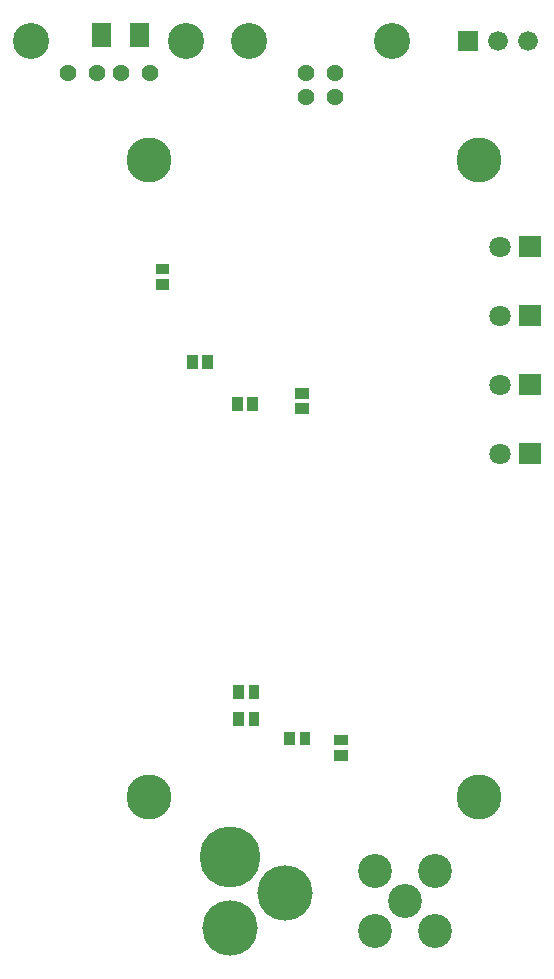
<source format=gbr>
G04 start of page 6 for group -4062 idx -4062 *
G04 Title: (unknown), soldermask *
G04 Creator: pcb 20110918 *
G04 CreationDate: Sun 02 Feb 2014 07:13:27 PM GMT UTC *
G04 For: doho *
G04 Format: Gerber/RS-274X *
G04 PCB-Dimensions: 600000 450000 *
G04 PCB-Coordinate-Origin: lower left *
%MOIN*%
%FSLAX25Y25*%
%LNBOTTOMMASK*%
%ADD115R,0.0355X0.0355*%
%ADD114R,0.0650X0.0650*%
%ADD113C,0.1845*%
%ADD112C,0.2033*%
%ADD111C,0.1130*%
%ADD110C,0.0660*%
%ADD109C,0.1206*%
%ADD108C,0.0562*%
%ADD107C,0.1500*%
%ADD106C,0.0710*%
%ADD105C,0.0001*%
G54D105*G36*
X178950Y344550D02*Y337450D01*
X186050D01*
Y344550D01*
X178950D01*
G37*
G54D106*X172500Y341000D03*
G54D105*G36*
X178950Y321550D02*Y314450D01*
X186050D01*
Y321550D01*
X178950D01*
G37*
G54D106*X172500Y318000D03*
G54D105*G36*
X178950Y367550D02*Y360450D01*
X186050D01*
Y367550D01*
X178950D01*
G37*
G54D106*X172500Y364000D03*
G54D107*X55500Y393000D03*
G54D108*X55900Y421800D03*
X46100D03*
X38200D03*
X28400D03*
G54D109*X68000Y432500D03*
X16300D03*
X89000D03*
X136402D03*
G54D107*X165500Y393000D03*
G54D105*G36*
X158700Y435800D02*Y429200D01*
X165300D01*
Y435800D01*
X158700D01*
G37*
G54D110*X172000Y432500D03*
X182000D03*
G54D108*X117622Y413957D03*
X107880D03*
X117622Y421831D03*
X107880D03*
G54D105*G36*
X178950Y298550D02*Y291450D01*
X186050D01*
Y298550D01*
X178950D01*
G37*
G54D106*X172500Y295000D03*
G54D111*X141000Y146000D03*
X151000Y156000D03*
Y136000D03*
X131000D03*
Y156000D03*
G54D112*X82500Y160500D03*
G54D113*Y136878D03*
X101004Y148689D03*
G54D107*X165500Y180500D03*
X55500D03*
G54D114*X52299Y435287D02*Y433713D01*
X39701Y435287D02*Y433713D01*
G54D115*X59508Y351441D02*X60492D01*
X59508Y356559D02*X60492D01*
X84941Y311992D02*Y311008D01*
X90059Y311992D02*Y311008D01*
X106008Y315059D02*X106992D01*
X106008Y309941D02*X106992D01*
X75059Y325992D02*Y325008D01*
X69941Y325992D02*Y325008D01*
X119008Y199559D02*X119992D01*
X119008Y194441D02*X119992D01*
X107559Y200492D02*Y199508D01*
X102441Y200492D02*Y199508D01*
X90559Y215992D02*Y215008D01*
X85441Y215992D02*Y215008D01*
Y206992D02*Y206008D01*
X90559Y206992D02*Y206008D01*
M02*

</source>
